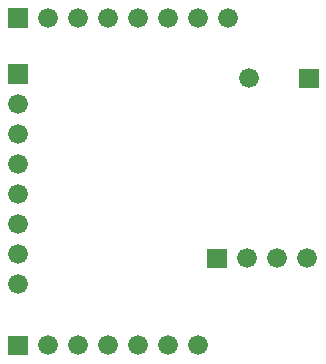
<source format=gbr>
G04 start of page 7 for group -4062 idx -4062 *
G04 Title: nRF51x22 Breakout, soldermask *
G04 Creator: pcb 1.99z *
G04 CreationDate: Mon 01 Apr 2013 04:47:08 PM GMT UTC *
G04 For: nock *
G04 Format: Gerber/RS-274X *
G04 PCB-Dimensions (mil): 1500.00 1200.00 *
G04 PCB-Coordinate-Origin: lower left *
%MOIN*%
%FSLAX25Y25*%
%LNBOTTOMMASK*%
%ADD40C,0.0660*%
%ADD39C,0.0001*%
G54D39*G36*
X2165Y99356D02*Y92756D01*
X8765D01*
Y99356D01*
X2165D01*
G37*
G54D40*X5465Y86056D03*
Y76056D03*
Y66056D03*
Y56056D03*
Y46056D03*
Y36056D03*
Y26056D03*
G54D39*G36*
X68700Y37800D02*Y31200D01*
X75300D01*
Y37800D01*
X68700D01*
G37*
G54D40*X82000Y34500D03*
X92000D03*
X102000D03*
G54D39*G36*
X2200Y8800D02*Y2200D01*
X8800D01*
Y8800D01*
X2200D01*
G37*
G54D40*X15500Y5500D03*
X25500D03*
X35500D03*
X45500D03*
X55500D03*
X65500D03*
X35697Y114525D03*
X45697D03*
X55697D03*
X65697D03*
G54D39*G36*
X2397Y117825D02*Y111225D01*
X8997D01*
Y117825D01*
X2397D01*
G37*
G54D40*X15697Y114525D03*
X25697D03*
X75697D03*
G54D39*G36*
X99200Y97800D02*Y91200D01*
X105800D01*
Y97800D01*
X99200D01*
G37*
G54D40*X82500Y94500D03*
M02*

</source>
